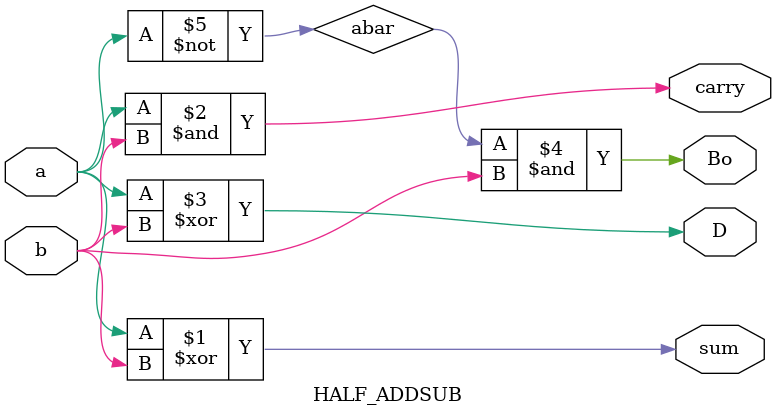
<source format=v>
module HALF_ADDSUB(a,b,sum,carry,D,Bo);
input a,b;
output sum,carry,D,Bo; // Outputs sum and carry for half adder:Outputs difference D,Borrow Bo for half subtractor
//TYPE HERE THE COMMAND FOR SUM GENERATION IN GATE LEVEL MODELLING
wire abar;
  xor G1(sum,a,b);
//TYPE HERE THE COMMAND FOR CARRY GENERATION IN GATE LEVEL MODELLING
  and G2(carry,a,b);
//Type logic for half subtractor difference D,Borrow Bo using gate level modelling
  not G3(abar,a);
  xor G4(D,a,b);
  and G5(Bo,abar,b);
endmodule

</source>
